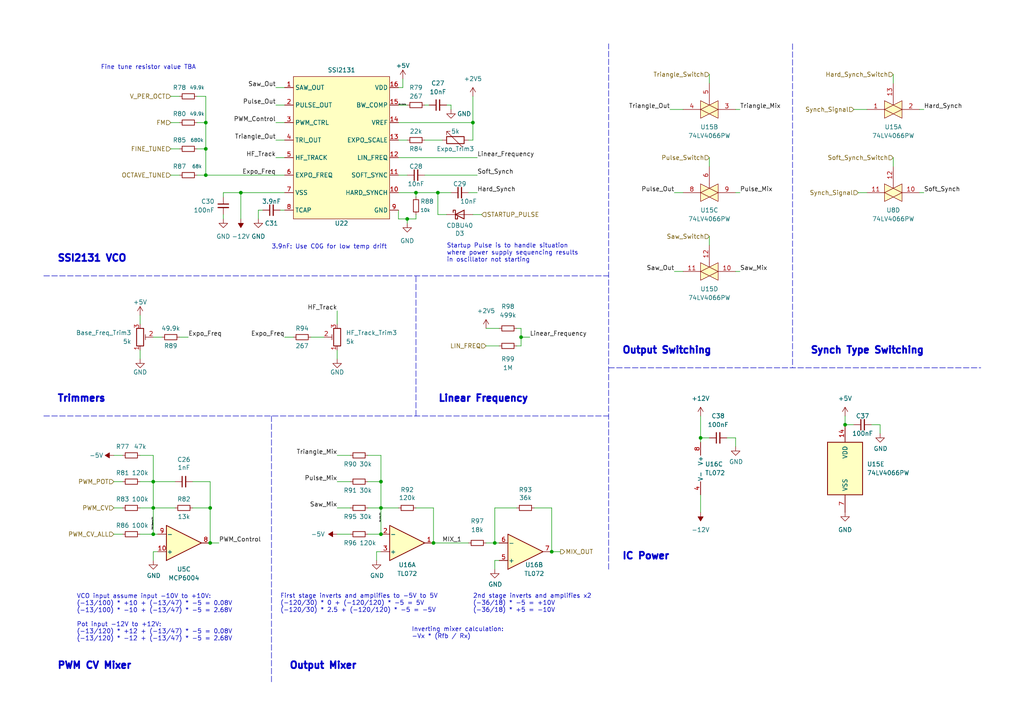
<source format=kicad_sch>
(kicad_sch (version 20211123) (generator eeschema)
  (paper "A4")
  (title_block (title "Quadraphone Voice") (date "2023-01-27") (rev "v1.0") (company "Mountjoy Modular"))
  (lib_symbols
    (symbol "4xxx:4066" (pin_names (offset 1.016))
      (property "Reference" "U" (at -7.62 8.89 0))
      (property "Value" "4066" (at -7.62 -8.89 0))
      (symbol "4066_1_0"
        (polyline (pts (xy 0 1.27) (xy 0 2.54)) (stroke (width 0.1524)))
        (polyline (pts (xy -2.54 0) (xy 2.54 2.54) (xy 2.54 -2.54) (xy -2.54 0)) (fill (type background)))
        (polyline (pts (xy -2.54 2.54) (xy 2.54 0) (xy -2.54 -2.54) (xy -2.54 2.54)) (fill (type background)))
        (pin passive line (at -7.62 0 0) (length 5.08) (name "~") (number "1"))
        (pin input line (at 0 7.62 270) (length 5.08) (name "~") (number "13"))
        (pin passive line (at 7.62 0 180) (length 5.08) (name "~") (number "2"))
      )
      (symbol "4066_2_0"
        (polyline (pts (xy 0 1.27) (xy 0 2.54)) (stroke (width 0.1524)))
        (polyline (pts (xy -2.54 0) (xy 2.54 2.54) (xy 2.54 -2.54) (xy -2.54 0)) (fill (type background)))
        (polyline (pts (xy -2.54 2.54) (xy 2.54 0) (xy -2.54 -2.54) (xy -2.54 2.54)) (fill (type background)))
        (pin passive line (at 7.62 0 180) (length 5.08) (name "~") (number "3"))
        (pin passive line (at -7.62 0 0) (length 5.08) (name "~") (number "4"))
        (pin input line (at 0 7.62 270) (length 5.08) (name "~") (number "5"))
      )
      (symbol "4066_3_0"
        (polyline (pts (xy 0 1.27) (xy 0 2.54)) (stroke (width 0.1524)))
        (polyline (pts (xy -2.54 0) (xy 2.54 2.54) (xy 2.54 -2.54) (xy -2.54 0)) (fill (type background)))
        (polyline (pts (xy -2.54 2.54) (xy 2.54 0) (xy -2.54 -2.54) (xy -2.54 2.54)) (fill (type background)))
        (pin input line (at 0 7.62 270) (length 5.08) (name "~") (number "6"))
        (pin passive line (at -7.62 0 0) (length 5.08) (name "~") (number "8"))
        (pin passive line (at 7.62 0 180) (length 5.08) (name "~") (number "9"))
      )
      (symbol "4066_4_0"
        (polyline (pts (xy 0 1.27) (xy 0 2.54)) (stroke (width 0.1524)))
        (polyline (pts (xy -2.54 0) (xy 2.54 2.54) (xy 2.54 -2.54) (xy -2.54 0)) (fill (type background)))
        (polyline (pts (xy -2.54 2.54) (xy 2.54 0) (xy -2.54 -2.54) (xy -2.54 2.54)) (fill (type background)))
        (pin passive line (at 7.62 0 180) (length 5.08) (name "~") (number "10"))
        (pin passive line (at -7.62 0 0) (length 5.08) (name "~") (number "11"))
        (pin input line (at 0 7.62 270) (length 5.08) (name "~") (number "12"))
      )
      (symbol "4066_5_0"
        (pin power_in line (at 0 12.7 270) (length 5.08) (name "VDD") (number "14"))
        (pin power_in line (at 0 -12.7 90) (length 5.08) (name "VSS") (number "7"))
      )
      (symbol "4066_5_1"
        (rectangle (start -5.08 7.62) (end 5.08 -7.62) (stroke (width 0.254)) (fill (type background)))
      )
    )
    (symbol "Amplifier_Operational:MCP6004" (pin_names (offset 0.127))
      (property "Reference" "U" (at 0 5.08 0))
      (property "Value" "MCP6004" (at 0 -5.08 0))
      (symbol "MCP6004_1_1"
        (polyline (pts (xy -5.08 5.08) (xy 5.08 0) (xy -5.08 -5.08) (xy -5.08 5.08)) (stroke (width 0.254)) (fill (type background)))
        (pin output line (at 7.62 0 180) (length 2.54) (name "~") (number "1"))
        (pin input line (at -7.62 -2.54 0) (length 2.54) (name "-") (number "2"))
        (pin input line (at -7.62 2.54 0) (length 2.54) (name "+") (number "3"))
      )
      (symbol "MCP6004_2_1"
        (polyline (pts (xy -5.08 5.08) (xy 5.08 0) (xy -5.08 -5.08) (xy -5.08 5.08)) (stroke (width 0.254)) (fill (type background)))
        (pin input line (at -7.62 2.54 0) (length 2.54) (name "+") (number "5"))
        (pin input line (at -7.62 -2.54 0) (length 2.54) (name "-") (number "6"))
        (pin output line (at 7.62 0 180) (length 2.54) (name "~") (number "7"))
      )
      (symbol "MCP6004_3_1"
        (polyline (pts (xy -5.08 5.08) (xy 5.08 0) (xy -5.08 -5.08) (xy -5.08 5.08)) (stroke (width 0.254)) (fill (type background)))
        (pin input line (at -7.62 2.54 0) (length 2.54) (name "+") (number "10"))
        (pin output line (at 7.62 0 180) (length 2.54) (name "~") (number "8"))
        (pin input line (at -7.62 -2.54 0) (length 2.54) (name "-") (number "9"))
      )
      (symbol "MCP6004_4_1"
        (polyline (pts (xy -5.08 5.08) (xy 5.08 0) (xy -5.08 -5.08) (xy -5.08 5.08)) (stroke (width 0.254)) (fill (type background)))
        (pin input line (at -7.62 2.54 0) (length 2.54) (name "+") (number "12"))
        (pin input line (at -7.62 -2.54 0) (length 2.54) (name "-") (number "13"))
        (pin output line (at 7.62 0 180) (length 2.54) (name "~") (number "14"))
      )
      (symbol "MCP6004_5_1"
        (pin power_in line (at -2.54 -7.62 90) (length 3.81) (name "V-") (number "11"))
        (pin power_in line (at -2.54 7.62 270) (length 3.81) (name "V+") (number "4"))
      )
    )
    (symbol "Amplifier_Operational:TL072" (pin_names (offset 0.127))
      (property "Reference" "U" (at 0 5.08 0))
      (property "Value" "TL072" (at 0 -5.08 0))
      (symbol "TL072_1_1"
        (polyline (pts (xy -5.08 5.08) (xy 5.08 0) (xy -5.08 -5.08) (xy -5.08 5.08)) (stroke (width 0.254)) (fill (type background)))
        (pin output line (at 7.62 0 180) (length 2.54) (name "~") (number "1"))
        (pin input line (at -7.62 -2.54 0) (length 2.54) (name "-") (number "2"))
        (pin input line (at -7.62 2.54 0) (length 2.54) (name "+") (number "3"))
      )
      (symbol "TL072_2_1"
        (polyline (pts (xy -5.08 5.08) (xy 5.08 0) (xy -5.08 -5.08) (xy -5.08 5.08)) (stroke (width 0.254)) (fill (type background)))
        (pin input line (at -7.62 2.54 0) (length 2.54) (name "+") (number "5"))
        (pin input line (at -7.62 -2.54 0) (length 2.54) (name "-") (number "6"))
        (pin output line (at 7.62 0 180) (length 2.54) (name "~") (number "7"))
      )
      (symbol "TL072_3_1"
        (pin power_in line (at -2.54 -7.62 90) (length 3.81) (name "V-") (number "4"))
        (pin power_in line (at -2.54 7.62 270) (length 3.81) (name "V+") (number "8"))
      )
    )
    (symbol "Custom_Audio:SSI2131"
      (property "Reference" "U" (at 0 21.59 0))
      (property "Value" "SSI2131" (at 0 -23.495 0))
      (symbol "SSI2131_0_0"
        (pin output line (at -16.51 16.51 0) (length 2.54) (name "SAW_OUT") (number "1"))
        (pin input line (at 16.51 -13.97 180) (length 2.54) (name "HARD_SYNCH") (number "10"))
        (pin input line (at 16.51 -8.89 180) (length 2.54) (name "SOFT_SYNC") (number "11"))
        (pin input line (at 16.51 -3.81 180) (length 2.54) (name "LIN_FREQ") (number "12"))
        (pin input line (at 16.51 1.27 180) (length 2.54) (name "EXPO_SCALE") (number "13"))
        (pin power_in line (at 16.51 6.35 180) (length 2.54) (name "VREF") (number "14"))
        (pin output line (at 16.51 11.43 180) (length 2.54) (name "BW_COMP") (number "15"))
        (pin power_in line (at 16.51 16.51 180) (length 2.54) (name "VDD") (number "16"))
        (pin output line (at -16.51 11.43 0) (length 2.54) (name "PULSE_OUT") (number "2"))
        (pin input line (at -16.51 6.35 0) (length 2.54) (name "PWM_CTRL") (number "3"))
        (pin output line (at -16.51 -3.81 0) (length 2.54) (name "HF_TRACK") (number "5"))
        (pin input line (at -16.51 -8.89 0) (length 2.54) (name "EXPO_FREQ") (number "6"))
        (pin power_in line (at -16.51 -13.97 0) (length 2.54) (name "VSS") (number "7"))
        (pin input line (at -16.51 -19.05 0) (length 2.54) (name "TCAP") (number "8"))
        (pin power_in line (at 16.51 -19.05 180) (length 2.54) (name "GND") (number "9"))
      )
      (symbol "SSI2131_0_1"
        (rectangle (start -13.97 19.685) (end 13.97 -21.59) (fill (type background)))
      )
      (symbol "SSI2131_1_1"
        (pin output line (at -16.51 1.27 0) (length 2.54) (name "TRI_OUT") (number "4"))
      )
    )
    (symbol "Device:C_Small" (pin_numbers hide) (pin_names (offset 0.254) hide)
      (property "Reference" "C" (at 0.254 1.778 0))
      (property "Value" "C_Small" (at 0.254 -2.032 0))
      (symbol "C_Small_0_1"
        (polyline (pts (xy -1.524 -0.508) (xy 1.524 -0.508)) (stroke (width 0.3302)))
        (polyline (pts (xy -1.524 0.508) (xy 1.524 0.508)) (stroke (width 0.3048)))
      )
      (symbol "C_Small_1_1"
        (pin passive line (at 0 2.54 270) (length 2.032) (name "~") (number "1"))
        (pin passive line (at 0 -2.54 90) (length 2.032) (name "~") (number "2"))
      )
    )
    (symbol "Device:R_Potentiometer_Trim" (pin_names (offset 1.016) hide)
      (property "Reference" "RV" (at -4.445 0 90))
      (property "Value" "R_Potentiometer_Trim" (at -2.54 0 90))
      (symbol "R_Potentiometer_Trim_0_1"
        (polyline (pts (xy 1.524 0.762) (xy 1.524 -0.762)))
        (polyline (pts (xy 2.54 0) (xy 1.524 0)))
        (rectangle (start 1.016 2.54) (end -1.016 -2.54) (stroke (width 0.254)))
      )
      (symbol "R_Potentiometer_Trim_1_1"
        (pin passive line (at 0 3.81 270) (length 1.27) (name "1") (number "1"))
        (pin passive line (at 3.81 0 180) (length 1.27) (name "2") (number "2"))
        (pin passive line (at 0 -3.81 90) (length 1.27) (name "3") (number "3"))
      )
    )
    (symbol "Device:R_Small" (pin_numbers hide) (pin_names (offset 0.254) hide)
      (property "Reference" "R" (at 0.762 0.508 0))
      (property "Value" "R_Small" (at 0.762 -1.016 0))
      (symbol "R_Small_0_1"
        (rectangle (start -0.762 1.778) (end 0.762 -1.778) (stroke (width 0.2032)))
      )
      (symbol "R_Small_1_1"
        (pin passive line (at 0 2.54 270) (length 0.762) (name "~") (number "1"))
        (pin passive line (at 0 -2.54 90) (length 0.762) (name "~") (number "2"))
      )
    )
    (symbol "Device:R_Variable" (pin_numbers hide) (pin_names (offset 0))
      (property "Reference" "R" (at 2.54 -2.54 90))
      (property "Value" "R_Variable" (at -2.54 -1.27 90))
      (symbol "R_Variable_0_1"
        (rectangle (start -1.016 -2.54) (end 1.016 2.54) (stroke (width 0.254)))
        (polyline (pts (xy 2.54 1.524) (xy 2.54 2.54) (xy 1.524 2.54) (xy 2.54 2.54) (xy -2.032 -2.032)))
      )
      (symbol "R_Variable_1_1"
        (pin passive line (at 0 3.81 270) (length 1.27) (name "~") (number "1"))
        (pin passive line (at 0 -3.81 90) (length 1.27) (name "~") (number "2"))
      )
    )
    (symbol "Diode:1N5819" (pin_numbers hide) (pin_names (offset 1.016) hide)
      (property "Reference" "D" (at 0 2.54 0))
      (property "Value" "1N5819" (at 0 -2.54 0))
      (symbol "1N5819_0_1"
        (polyline (pts (xy 1.27 0) (xy -1.27 0)))
        (polyline (pts (xy 1.27 1.27) (xy 1.27 -1.27) (xy -1.27 0) (xy 1.27 1.27)) (stroke (width 0.254)))
        (polyline (pts (xy -1.905 0.635) (xy -1.905 1.27) (xy -1.27 1.27) (xy -1.27 -1.27) (xy -0.635 -1.27) (xy -0.635 -0.635)) (stroke (width 0.254)))
      )
      (symbol "1N5819_1_1"
        (pin passive line (at -3.81 0 0) (length 2.54) (name "K") (number "1"))
        (pin passive line (at 3.81 0 180) (length 2.54) (name "A") (number "2"))
      )
    )
    (symbol "power:+12V" (power) (pin_names (offset 0))
      (property "Value" "+12V" (at 0 3.556 0))
      (symbol "+12V_0_1"
        (polyline (pts (xy -0.762 1.27) (xy 0 2.54)))
        (polyline (pts (xy 0 0) (xy 0 2.54)))
        (polyline (pts (xy 0 2.54) (xy 0.762 1.27)))
      )
      (symbol "+12V_1_1"
        (pin power_in line (at 0 0 90) (length 0) hide (name "+12V") (number "1"))
      )
    )
    (symbol "power:+2V5" (power) (pin_names (offset 0))
      (property "Value" "+2V5" (at 0 3.556 0))
      (symbol "+2V5_0_1"
        (polyline (pts (xy -0.762 1.27) (xy 0 2.54)))
        (polyline (pts (xy 0 0) (xy 0 2.54)))
        (polyline (pts (xy 0 2.54) (xy 0.762 1.27)))
      )
      (symbol "+2V5_1_1"
        (pin power_in line (at 0 0 90) (length 0) hide (name "+2V5") (number "1"))
      )
    )
    (symbol "power:+5V" (power) (pin_names (offset 0))
      (property "Value" "+5V" (at 0 3.556 0))
      (symbol "+5V_0_1"
        (polyline (pts (xy -0.762 1.27) (xy 0 2.54)))
        (polyline (pts (xy 0 0) (xy 0 2.54)))
        (polyline (pts (xy 0 2.54) (xy 0.762 1.27)))
      )
      (symbol "+5V_1_1"
        (pin power_in line (at 0 0 90) (length 0) hide (name "+5V") (number "1"))
      )
    )
    (symbol "power:-12V" (power) (pin_names (offset 0))
      (property "Value" "-12V" (at 0 3.81 0))
      (symbol "-12V_0_0"
        (pin power_in line (at 0 0 90) (length 0) hide (name "-12V") (number "1"))
      )
      (symbol "-12V_0_1"
        (polyline (pts (xy 0 0) (xy 0 1.27) (xy 0.762 1.27) (xy 0 2.54) (xy -0.762 1.27) (xy 0 1.27)) (fill (type outline)))
      )
    )
    (symbol "power:-5V" (power) (pin_names (offset 0))
      (property "Value" "-5V" (at 0 3.81 0))
      (symbol "-5V_0_0"
        (pin power_in line (at 0 0 90) (length 0) hide (name "-5V") (number "1"))
      )
      (symbol "-5V_0_1"
        (polyline (pts (xy 0 0) (xy 0 1.27) (xy 0.762 1.27) (xy 0 2.54) (xy -0.762 1.27) (xy 0 1.27)) (fill (type outline)))
      )
    )
    (symbol "power:GND" (power) (pin_names (offset 0))
      (property "Value" "GND" (at 0 -3.81 0))
      (symbol "GND_0_1"
        (polyline (pts (xy 0 0) (xy 0 -1.27) (xy 1.27 -1.27) (xy 0 -2.54) (xy -1.27 -1.27) (xy 0 -1.27)))
      )
      (symbol "GND_1_1"
        (pin power_in line (at 0 0 270) (length 0) hide (name "GND") (number "1"))
      )
    )
  )
  (junction (at 60.96 147.32))
  (junction (at 127 55.88))
  (junction (at 160.02 160.02))
  (junction (at 137.16 35.56))
  (junction (at 151.13 97.79))
  (junction (at 110.49 154.94))
  (junction (at 118.11 63.5))
  (junction (at 110.49 139.7))
  (junction (at 203.2 127))
  (junction (at 245.11 123.19))
  (junction (at 125.73 157.48))
  (junction (at 120.65 55.88))
  (junction (at 59.69 43.18))
  (junction (at 69.85 55.88))
  (junction (at 110.49 147.32))
  (junction (at 143.51 157.48))
  (junction (at 60.96 157.48))
  (junction (at 59.69 50.8))
  (junction (at 44.45 139.7))
  (junction (at 44.45 147.32))
  (junction (at 59.69 35.56))
  (junction (at 44.45 154.94))
  (polyline (pts (xy 176.53 165.1) (xy 176.53 12.7)))
  (polyline (pts (xy 12.7 120.65) (xy 176.53 120.65)))
  (wire (pts (xy 115.57 35.56) (xy 137.16 35.56)))
  (wire (pts (xy 57.15 35.56) (xy 59.69 35.56)))
  (polyline (pts (xy 229.87 12.7) (xy 229.87 106.68)))
  (wire (pts (xy 149.86 100.33) (xy 151.13 100.33)))
  (wire (pts (xy 151.13 97.79) (xy 151.13 95.25)))
  (wire (pts (xy 120.65 147.32) (xy 125.73 147.32)))
  (wire (pts (xy 110.49 139.7) (xy 110.49 147.32)))
  (wire (pts (xy 97.79 154.94) (xy 101.6 154.94)))
  (wire (pts (xy 143.51 157.48) (xy 144.78 157.48)))
  (wire (pts (xy 55.88 147.32) (xy 60.96 147.32)))
  (wire (pts (xy 143.51 147.32) (xy 149.86 147.32)))
  (wire (pts (xy 109.22 160.02) (xy 109.22 162.56)))
  (wire (pts (xy 116.84 25.4) (xy 115.57 25.4)))
  (wire (pts (xy 115.57 45.72) (xy 138.43 45.72)))
  (wire (pts (xy 129.54 30.48) (xy 130.81 30.48)))
  (wire (pts (xy 195.58 78.74) (xy 198.12 78.74)))
  (wire (pts (xy 49.53 50.8) (xy 52.07 50.8)))
  (wire (pts (xy 80.01 25.4) (xy 82.55 25.4)))
  (wire (pts (xy 33.02 139.7) (xy 35.56 139.7)))
  (wire (pts (xy 40.64 139.7) (xy 44.45 139.7)))
  (wire (pts (xy 49.53 43.18) (xy 52.07 43.18)))
  (wire (pts (xy 266.7 31.75) (xy 267.97 31.75)))
  (wire (pts (xy 115.57 40.64) (xy 118.11 40.64)))
  (wire (pts (xy 97.79 101.6) (xy 97.79 104.14)))
  (wire (pts (xy 115.57 63.5) (xy 118.11 63.5)))
  (wire (pts (xy 97.79 139.7) (xy 101.6 139.7)))
  (wire (pts (xy 60.96 147.32) (xy 60.96 157.48)))
  (wire (pts (xy 97.79 147.32) (xy 101.6 147.32)))
  (wire (pts (xy 259.08 45.72) (xy 259.08 48.26)))
  (wire (pts (xy 90.17 97.79) (xy 93.98 97.79)))
  (wire (pts (xy 123.19 50.8) (xy 138.43 50.8)))
  (wire (pts (xy 123.19 30.48) (xy 124.46 30.48)))
  (polyline (pts (xy 176.53 106.68) (xy 284.48 106.68)))
  (wire (pts (xy 80.01 30.48) (xy 82.55 30.48)))
  (wire (pts (xy 33.02 132.08) (xy 35.56 132.08)))
  (wire (pts (xy 59.69 27.94) (xy 59.69 35.56)))
  (wire (pts (xy 203.2 120.65) (xy 203.2 127)))
  (wire (pts (xy 40.64 147.32) (xy 44.45 147.32)))
  (wire (pts (xy 69.85 55.88) (xy 69.85 63.5)))
  (wire (pts (xy 59.69 43.18) (xy 59.69 50.8)))
  (wire (pts (xy 116.84 22.86) (xy 116.84 25.4)))
  (polyline (pts (xy 12.7 80.01) (xy 176.53 80.01)))
  (wire (pts (xy 97.79 132.08) (xy 101.6 132.08)))
  (wire (pts (xy 115.57 60.96) (xy 115.57 63.5)))
  (wire (pts (xy 44.45 160.02) (xy 45.72 160.02)))
  (wire (pts (xy 144.78 95.25) (xy 140.97 95.25)))
  (wire (pts (xy 44.45 139.7) (xy 50.8 139.7)))
  (wire (pts (xy 135.89 55.88) (xy 138.43 55.88)))
  (wire (pts (xy 74.93 60.96) (xy 74.93 63.5)))
  (wire (pts (xy 259.08 21.59) (xy 259.08 24.13)))
  (wire (pts (xy 140.97 100.33) (xy 144.78 100.33)))
  (wire (pts (xy 57.15 43.18) (xy 59.69 43.18)))
  (wire (pts (xy 245.11 123.19) (xy 247.65 123.19)))
  (wire (pts (xy 57.15 50.8) (xy 59.69 50.8)))
  (wire (pts (xy 59.69 35.56) (xy 59.69 43.18)))
  (wire (pts (xy 143.51 162.56) (xy 144.78 162.56)))
  (wire (pts (xy 203.2 127) (xy 203.2 128.27)))
  (wire (pts (xy 45.72 154.94) (xy 44.45 154.94)))
  (wire (pts (xy 106.68 154.94) (xy 110.49 154.94)))
  (wire (pts (xy 154.94 147.32) (xy 160.02 147.32)))
  (wire (pts (xy 125.73 157.48) (xy 135.89 157.48)))
  (wire (pts (xy 82.55 97.79) (xy 85.09 97.79)))
  (wire (pts (xy 44.45 97.79) (xy 46.99 97.79)))
  (wire (pts (xy 44.45 147.32) (xy 44.45 154.94)))
  (wire (pts (xy 210.82 127) (xy 213.36 127)))
  (wire (pts (xy 127 55.88) (xy 130.81 55.88)))
  (wire (pts (xy 245.11 120.65) (xy 245.11 123.19)))
  (wire (pts (xy 140.97 157.48) (xy 143.51 157.48)))
  (wire (pts (xy 143.51 162.56) (xy 143.51 165.1)))
  (wire (pts (xy 205.74 68.58) (xy 205.74 71.12)))
  (wire (pts (xy 106.68 147.32) (xy 110.49 147.32)))
  (wire (pts (xy 127 55.88) (xy 127 62.23)))
  (wire (pts (xy 203.2 127) (xy 205.74 127)))
  (wire (pts (xy 97.79 90.17) (xy 97.79 93.98)))
  (wire (pts (xy 60.96 157.48) (xy 63.5 157.48)))
  (wire (pts (xy 64.77 55.88) (xy 64.77 57.15)))
  (wire (pts (xy 247.65 31.75) (xy 251.46 31.75)))
  (wire (pts (xy 54.61 97.79) (xy 52.07 97.79)))
  (wire (pts (xy 151.13 100.33) (xy 151.13 97.79)))
  (wire (pts (xy 40.64 154.94) (xy 44.45 154.94)))
  (wire (pts (xy 40.64 91.44) (xy 40.64 93.98)))
  (polyline (pts (xy 78.74 120.65) (xy 78.74 198.12)))
  (wire (pts (xy 44.45 139.7) (xy 44.45 147.32)))
  (wire (pts (xy 248.92 55.88) (xy 251.46 55.88)))
  (wire (pts (xy 44.45 147.32) (xy 50.8 147.32)))
  (wire (pts (xy 213.36 55.88) (xy 214.63 55.88)))
  (wire (pts (xy 59.69 27.94) (xy 57.15 27.94)))
  (wire (pts (xy 106.68 132.08) (xy 110.49 132.08)))
  (wire (pts (xy 49.53 27.94) (xy 52.07 27.94)))
  (wire (pts (xy 49.53 35.56) (xy 52.07 35.56)))
  (wire (pts (xy 135.89 40.64) (xy 137.16 40.64)))
  (wire (pts (xy 44.45 160.02) (xy 44.45 162.56)))
  (wire (pts (xy 106.68 139.7) (xy 110.49 139.7)))
  (wire (pts (xy 127 62.23) (xy 129.54 62.23)))
  (wire (pts (xy 80.01 45.72) (xy 82.55 45.72)))
  (wire (pts (xy 151.13 95.25) (xy 149.86 95.25)))
  (wire (pts (xy 74.93 60.96) (xy 76.2 60.96)))
  (wire (pts (xy 118.11 63.5) (xy 118.11 64.77)))
  (wire (pts (xy 125.73 147.32) (xy 125.73 157.48)))
  (wire (pts (xy 252.73 123.19) (xy 255.27 123.19)))
  (wire (pts (xy 266.7 55.88) (xy 267.97 55.88)))
  (wire (pts (xy 123.19 40.64) (xy 128.27 40.64)))
  (wire (pts (xy 80.01 35.56) (xy 82.55 35.56)))
  (wire (pts (xy 115.57 50.8) (xy 118.11 50.8)))
  (wire (pts (xy 130.81 30.48) (xy 130.81 31.75)))
  (wire (pts (xy 33.02 154.94) (xy 35.56 154.94)))
  (wire (pts (xy 81.28 60.96) (xy 82.55 60.96)))
  (wire (pts (xy 55.88 139.7) (xy 60.96 139.7)))
  (wire (pts (xy 120.65 55.88) (xy 120.65 57.15)))
  (wire (pts (xy 213.36 78.74) (xy 214.63 78.74)))
  (wire (pts (xy 40.64 101.6) (xy 40.64 104.14)))
  (wire (pts (xy 213.36 127) (xy 213.36 129.54)))
  (wire (pts (xy 110.49 147.32) (xy 110.49 154.94)))
  (wire (pts (xy 213.36 31.75) (xy 214.63 31.75)))
  (wire (pts (xy 137.16 27.94) (xy 137.16 35.56)))
  (polyline (pts (xy 120.65 120.65) (xy 120.65 80.01)))
  (wire (pts (xy 137.16 62.23) (xy 139.7 62.23)))
  (wire (pts (xy 64.77 62.23) (xy 64.77 63.5)))
  (wire (pts (xy 64.77 55.88) (xy 69.85 55.88)))
  (wire (pts (xy 60.96 139.7) (xy 60.96 147.32)))
  (wire (pts (xy 137.16 40.64) (xy 137.16 35.56)))
  (wire (pts (xy 151.13 97.79) (xy 153.67 97.79)))
  (wire (pts (xy 115.57 55.88) (xy 120.65 55.88)))
  (wire (pts (xy 118.11 30.48) (xy 115.57 30.48)))
  (wire (pts (xy 110.49 132.08) (xy 110.49 139.7)))
  (wire (pts (xy 59.69 50.8) (xy 82.55 50.8)))
  (wire (pts (xy 143.51 147.32) (xy 143.51 157.48)))
  (wire (pts (xy 255.27 123.19) (xy 255.27 125.73)))
  (wire (pts (xy 109.22 160.02) (xy 110.49 160.02)))
  (wire (pts (xy 160.02 147.32) (xy 160.02 160.02)))
  (wire (pts (xy 69.85 55.88) (xy 82.55 55.88)))
  (wire (pts (xy 40.64 132.08) (xy 44.45 132.08)))
  (wire (pts (xy 194.31 31.75) (xy 198.12 31.75)))
  (wire (pts (xy 80.01 40.64) (xy 82.55 40.64)))
  (wire (pts (xy 160.02 160.02) (xy 162.56 160.02)))
  (wire (pts (xy 205.74 45.72) (xy 205.74 48.26)))
  (wire (pts (xy 203.2 148.59) (xy 203.2 143.51)))
  (wire (pts (xy 110.49 147.32) (xy 115.57 147.32)))
  (wire (pts (xy 44.45 132.08) (xy 44.45 139.7)))
  (wire (pts (xy 120.65 62.23) (xy 120.65 63.5)))
  (wire (pts (xy 195.58 55.88) (xy 198.12 55.88)))
  (wire (pts (xy 205.74 21.59) (xy 205.74 24.13)))
  (wire (pts (xy 120.65 55.88) (xy 127 55.88)))
  (wire (pts (xy 120.65 63.5) (xy 118.11 63.5)))
  (wire (pts (xy 33.02 147.32) (xy 35.56 147.32)))
  (text "First stage inverts and amplifies to -5V to 5V\n(-120/30) * 0 + (-120/120) * -5 = 5V\n(-120/30) * 2.5 + (-120/120) * -5 = -5V" (at 81.28 177.8 0) (effects (font (size 1.27 1.27)) (justify left bottom)))
  (text "Startup Pulse is to handle situation \nwhere power supply sequencing results \nin oscillator not starting\n" (at 129.54 76.2 0) (effects (font (size 1.27 1.27)) (justify left bottom)))
  (text "Fine tune resistor value TBA" (at 29.21 20.32 0) (effects (font (size 1.27 1.27)) (justify left bottom)))
  (text "PWM CV Mixer" (at 16.51 194.31 0) (effects (font (size 2 2) (thickness 0.6) bold) (justify left bottom)))
  (text "Synch Type Switching" (at 234.95 102.87 0) (effects (font (size 2 2) (thickness 0.6) bold) (justify left bottom)))
  (text "Inverting mixer calculation:\n-Vx * (Rfb / Rx)" (at 119.38 185.42 0) (effects (font (size 1.27 1.27)) (justify left bottom)))
  (text "SSI2131 VCO" (at 16.51 76.2 0) (effects (font (size 2 2) (thickness 0.6) bold) (justify left bottom)))
  (text "Linear Frequency" (at 127 116.84 0) (effects (font (size 2 2) (thickness 0.6) bold) (justify left bottom)))
  (text "VCO input assume input -10V to +10V:\n(-13/100) * +10 + (-13/47) * -5 = 0.08V\n(-13/100) * -10 + (-13/47) * -5 = 2.68V\n\nPot input -12V to +12V:\n(-13/120) * +12 + (-13/47) * -5 = 0.08V\n(-13/120) * -12 + (-13/47) * -5 = 2.68V" (at 22.225 186.055 0) (effects (font (size 1.27 1.27)) (justify left bottom)))
  (text "Trimmers" (at 16.51 116.84 0) (effects (font (size 2 2) (thickness 0.6) bold) (justify left bottom)))
  (text "Output Mixer" (at 83.82 194.31 0) (effects (font (size 2 2) (thickness 0.6) bold) (justify left bottom)))
  (text "3.9nF: Use C0G for low temp drift" (at 78.74 72.39 0) (effects (font (size 1.27 1.27)) (justify left bottom)))
  (text "IC Power" (at 180.34 162.56 0) (effects (font (size 2 2) (thickness 0.6) bold) (justify left bottom)))
  (text "2nd stage inverts and amplifies x2\n(-36/18) * -5 = +10V\n(-36/18) * +5 = -10V" (at 137.16 177.8 0) (effects (font (size 1.27 1.27)) (justify left bottom)))
  (text "Output Switching" (at 180.34 102.87 0) (effects (font (size 2 2) (thickness 0.6) bold) (justify left bottom)))
  (label "Saw_Mix" (at 214.63 78.74 0))
  (label "Linear_Frequency" (at 138.43 45.72 0))
  (label "Expo_Freq" (at 80.01 50.8 180))
  (label "MIX_1" (at 128.27 157.48 0))
  (label "Triangle_Out" (at 194.31 31.75 180))
  (label "Soft_Synch" (at 138.43 50.8 0))
  (label "Hard_Synch" (at 267.97 31.75 0))
  (label "Triangle_Out" (at 80.01 40.64 180))
  (label "Saw_Mix" (at 97.79 147.32 180))
  (label "BW_Comp" (at 115.57 30.48 0) (effects (font (size 0.3 0.3))))
  (label "PWM_Opamp_Mix" (at 44.45 149.86 270) (effects (font (size 0.3 0.3))))
  (label "Hard_Synch" (at 138.43 55.88 0))
  (label "Pulse_Mix" (at 214.63 55.88 0))
  (label "Expo_Freq" (at 54.61 97.79 0))
  (label "Soft_Synch" (at 267.97 55.88 0))
  (label "HF_Track" (at 80.01 45.72 180))
  (label "Pulse_Mix" (at 97.79 139.7 180))
  (label "Saw_Out" (at 80.01 25.4 180))
  (label "Triangle_Mix" (at 214.63 31.75 0))
  (label "PWM_Control" (at 80.01 35.56 180))
  (label "Pulse_Out" (at 195.58 55.88 180))
  (label "Triangle_Mix" (at 97.79 132.08 180))
  (label "PWM_Control" (at 63.5 157.48 0))
  (label "HF_Track" (at 97.79 90.17 180))
  (label "Expo_Freq" (at 82.55 97.79 180))
  (label "Linear_Frequency" (at 153.67 97.79 0))
  (label "Pulse_Out" (at 80.01 30.48 180))
  (label "Saw_Out" (at 195.58 78.74 180))
  (label "Op_Amp_Mix" (at 110.49 148.59 270) (effects (font (size 0.3 0.3))))
  (hierarchical_label "FM" (shape input) (at 49.53 35.56 180))
  (hierarchical_label "MIX_OUT" (shape output) (at 162.56 160.02 0))
  (hierarchical_label "Triangle_Switch" (shape input) (at 205.74 21.59 180))
  (hierarchical_label "PWM_CV" (shape input) (at 33.02 147.32 180))
  (hierarchical_label "Saw_Switch" (shape input) (at 205.74 68.58 180))
  (hierarchical_label "PWM_POT" (shape input) (at 33.02 139.7 180))
  (hierarchical_label "Synch_Signal" (shape input) (at 247.65 31.75 180))
  (hierarchical_label "LIN_FREQ" (shape input) (at 140.97 100.33 180))
  (hierarchical_label "STARTUP_PULSE" (shape input) (at 139.7 62.23 0))
  (hierarchical_label "OCTAVE_TUNE" (shape input) (at 49.53 50.8 180))
  (hierarchical_label "V_PER_OCT" (shape input) (at 49.53 27.94 180))
  (hierarchical_label "FINE_TUNE" (shape input) (at 49.53 43.18 180))
  (hierarchical_label "Soft_Synch_Switch" (shape input) (at 259.08 45.72 180))
  (hierarchical_label "Synch_Signal" (shape input) (at 248.92 55.88 180))
  (hierarchical_label "Pulse_Switch" (shape input) (at 205.74 45.72 180))
  (hierarchical_label "PWM_CV_ALL" (shape input) (at 33.02 154.94 180))
  (hierarchical_label "Hard_Synch_Switch" (shape input) (at 259.08 21.59 180))
  (symbol (lib_id "power:+2V5") (at 140.97 95.25 0) (mirror y) (unit 1)
    (property "Reference" "#PWR097" (effects hide))
    (property "Value" "+2V5" (at 140.97 90.17 0))
  )
  (symbol (lib_id "Device:R_Small") (at 38.1 132.08 270) (unit 1)
    (property "Reference" "R77" (at 35.56 129.54 90))
    (property "Value" "47k" (at 40.64 129.54 90))
    (property "Footprint" "Resistor_SMD:R_0603_1608Metric" (effects hide))
  )
  (symbol (lib_id "Device:R_Small") (at 38.1 139.7 270) (unit 1)
    (property "Reference" "R81" (at 35.56 137.16 90))
    (property "Value" "120k" (at 40.64 137.16 90))
    (property "Footprint" "Resistor_SMD:R_0603_1608Metric" (effects hide))
  )
  (symbol (lib_id "power:GND") (at 40.64 104.14 0) (mirror y) (unit 1)
    (property "Reference" "#PWR092" (effects hide))
    (property "Value" "GND" (at 40.64 107.95 0))
  )
  (symbol (lib_id "Device:C_Small") (at 208.28 127 90) (unit 1)
    (property "Reference" "C38" (at 208.2863 120.65 90))
    (property "Value" "100nF" (at 208.2863 123.19 90))
    (property "Footprint" "Capacitor_SMD:C_0603_1608Metric_Pad1.08x0.95mm_HandSolder" (effects hide))
  )
  (symbol (lib_id "power:GND") (at 44.45 162.56 0) (unit 1)
    (property "Reference" "#PWR086" (effects hide))
    (property "Value" "GND" (at 44.577 166.9542 0))
  )
  (symbol (lib_id "Device:C_Small") (at 133.35 55.88 90) (unit 1)
    (property "Reference" "C29" (at 133.35 53.34 90))
    (property "Value" "10nF" (at 135.89 58.42 90))
    (property "Footprint" "Capacitor_SMD:C_0603_1608Metric_Pad1.08x0.95mm_HandSolder" (effects hide))
  )
  (symbol (lib_id "Device:R_Small") (at 118.11 147.32 270) (unit 1)
    (property "Reference" "R92" (at 118.11 142.0622 90))
    (property "Value" "120k" (at 118.11 144.3736 90))
    (property "Footprint" "Resistor_SMD:R_0603_1608Metric" (effects hide))
  )
  (symbol (lib_id "Diode:1N5819") (at 133.35 62.23 0) (unit 1)
    (property "Reference" "D3" (at 133.35 67.7164 0))
    (property "Value" "CDBU40" (at 133.35 65.405 0))
    (property "Footprint" "Diode_SMD:D_0603_1608Metric" (effects hide))
    (property "Datasheet" "http://www.vishay.com/docs/88525/1n5817.pdf" (effects hide))
    (property "Part_Number" "C8598" (effects hide))
  )
  (symbol (lib_id "Device:C_Small") (at 250.19 123.19 90) (unit 1)
    (property "Reference" "C37" (at 250.19 120.65 90))
    (property "Value" "100nF" (at 250.19 125.73 90))
    (property "Footprint" "Capacitor_SMD:C_0603_1608Metric_Pad1.08x0.95mm_HandSolder" (effects hide))
  )
  (symbol (lib_id "Device:R_Small") (at 87.63 97.79 270) (unit 1)
    (property "Reference" "R94" (at 87.63 95.25 90))
    (property "Value" "267" (at 87.63 100.33 90))
    (property "Footprint" "Resistor_SMD:R_0603_1608Metric" (effects hide))
  )
  (symbol (lib_id "Device:R_Small") (at 147.32 95.25 270) (mirror x) (unit 1)
    (property "Reference" "R98" (at 147.32 88.9 90))
    (property "Value" "499k" (at 147.32 91.44 90))
    (property "Footprint" "Resistor_SMD:R_0603_1608Metric" (effects hide))
  )
  (symbol (lib_id "4xxx:4066") (at 205.74 55.88 0) (unit 3)
    (property "Reference" "U15" (at 205.74 60.96 0))
    (property "Value" "74LV4066PW" (at 205.74 63.5 0))
    (property "Footprint" "Package_SO:TSSOP-14_4.4x5mm_P0.65mm" (effects hide))
    (property "Datasheet" "http://www.ti.com/lit/ds/symlink/cd4066b.pdf" (effects hide))
  )
  (symbol (lib_id "power:-12V") (at 69.85 63.5 180) (unit 1)
    (property "Reference" "#PWR088" (effects hide))
    (property "Value" "-12V" (at 69.85 68.58 0))
  )
  (symbol (lib_id "power:GND") (at 97.79 104.14 0) (unit 1)
    (property "Reference" "#PWR094" (effects hide))
    (property "Value" "GND" (at 97.79 107.95 0))
  )
  (symbol (lib_id "Device:R_Small") (at 104.14 139.7 270) (unit 1)
    (property "Reference" "R91" (at 101.6 142.24 90))
    (property "Value" "30k" (at 106.045 142.24 90))
    (property "Footprint" "Resistor_SMD:R_0603_1608Metric" (effects hide))
  )
  (symbol (lib_id "Device:R_Small") (at 152.4 147.32 270) (unit 1)
    (property "Reference" "R93" (at 152.4 142.0622 90))
    (property "Value" "36k" (at 152.4 144.3736 90))
    (property "Footprint" "Resistor_SMD:R_0603_1608Metric" (effects hide))
  )
  (symbol (lib_id "power:+12V") (at 203.2 120.65 0) (mirror y) (unit 1)
    (property "Reference" "#PWR0128" (effects hide))
    (property "Value" "+12V" (at 203.2 115.57 0))
  )
  (symbol (lib_id "Device:R_Small") (at 147.32 100.33 90) (unit 1)
    (property "Reference" "R99" (at 147.32 104.14 90))
    (property "Value" "1M" (at 147.32 106.68 90))
    (property "Footprint" "Resistor_SMD:R_0603_1608Metric" (effects hide))
  )
  (symbol (lib_id "4xxx:4066") (at 205.74 31.75 0) (unit 2)
    (property "Reference" "U15" (at 205.74 36.83 0))
    (property "Value" "74LV4066PW" (at 205.74 39.37 0))
    (property "Footprint" "Package_SO:TSSOP-14_4.4x5mm_P0.65mm" (effects hide))
    (property "Datasheet" "http://www.ti.com/lit/ds/symlink/cd4066b.pdf" (effects hide))
  )
  (symbol (lib_id "Device:R_Small") (at 120.65 30.48 90) (unit 1)
    (property "Reference" "R79" (at 120.65 25.4 90))
    (property "Value" "267" (at 120.65 27.94 90))
    (property "Footprint" "Resistor_SMD:R_0603_1608Metric" (effects hide))
  )
  (symbol (lib_id "Amplifier_Operational:TL072") (at 205.74 135.89 0) (unit 3)
    (property "Reference" "U16" (at 204.47 134.6199 0) (effects (justify left)))
    (property "Value" "TL072" (at 204.47 137.1599 0) (effects (justify left)))
    (property "Footprint" "Package_SO:SOIC-8_3.9x4.9mm_P1.27mm" (effects hide))
    (property "Datasheet" "http://www.ti.com/lit/ds/symlink/tl071.pdf" (effects hide))
  )
  (symbol (lib_id "Device:R_Small") (at 49.53 97.79 90) (unit 1)
    (property "Reference" "R89" (at 49.53 100.33 90))
    (property "Value" "49.9k" (at 49.53 95.25 90))
    (property "Footprint" "Resistor_SMD:R_0603_1608Metric" (effects hide))
  )
  (symbol (lib_id "Device:R_Small") (at 120.65 40.64 90) (unit 1)
    (property "Reference" "R84" (at 120.65 43.18 90))
    (property "Value" "22k" (at 120.65 38.1 90))
    (property "Footprint" "Resistor_SMD:R_0603_1608Metric" (effects hide))
  )
  (symbol (lib_id "power:GND") (at 74.93 63.5 0) (unit 1)
    (property "Reference" "#PWR089" (effects hide))
    (property "Value" "GND" (at 74.93 68.58 0))
  )
  (symbol (lib_id "Device:R_Small") (at 54.61 35.56 90) (unit 1)
    (property "Reference" "R80" (at 52.07 33.02 90))
    (property "Value" "49.9k" (at 57.15 33.02 90) (effects (font (size 1 1))))
    (property "Footprint" "Resistor_SMD:R_0603_1608Metric" (effects hide))
  )
  (symbol (lib_id "Device:R_Small") (at 38.1 147.32 270) (unit 1)
    (property "Reference" "R83" (at 35.56 144.78 90))
    (property "Value" "100k" (at 40.64 144.78 90))
    (property "Footprint" "Resistor_SMD:R_0603_1608Metric" (effects hide))
  )
  (symbol (lib_id "power:GND") (at 130.81 31.75 0) (unit 1)
    (property "Reference" "#PWR085" (effects hide))
    (property "Value" "GND" (at 134.62 33.02 0))
  )
  (symbol (lib_id "power:-12V") (at 203.2 148.59 180) (unit 1)
    (property "Reference" "#PWR0129" (effects hide))
    (property "Value" "-12V" (at 203.2 153.67 0))
  )
  (symbol (lib_id "power:-5V") (at 33.02 132.08 90) (unit 1)
    (property "Reference" "#PWR083" (effects hide))
    (property "Value" "-5V" (at 27.94 132.08 90))
  )
  (symbol (lib_id "power:+5V") (at 116.84 22.86 0) (unit 1)
    (property "Reference" "#PWR082" (effects hide))
    (property "Value" "+5V" (at 116.84 19.05 0))
  )
  (symbol (lib_id "Device:R_Small") (at 53.34 147.32 270) (unit 1)
    (property "Reference" "R82" (at 53.34 144.78 90))
    (property "Value" "13k" (at 53.34 149.86 90))
    (property "Footprint" "Resistor_SMD:R_0603_1608Metric" (effects hide))
  )
  (symbol (lib_id "Device:C_Small") (at 78.74 60.96 90) (unit 1)
    (property "Reference" "C31" (at 78.74 64.77 90))
    (property "Value" "3.9nF" (at 78.74 58.42 90))
    (property "Footprint" "Capacitor_SMD:C_0603_1608Metric_Pad1.08x0.95mm_HandSolder" (effects hide))
  )
  (symbol (lib_id "Device:R_Small") (at 138.43 157.48 270) (unit 1)
    (property "Reference" "R97" (at 138.43 151.13 90))
    (property "Value" "18k" (at 138.43 153.67 90))
    (property "Footprint" "Resistor_SMD:R_0603_1608Metric" (effects hide))
  )
  (symbol (lib_id "Device:R_Potentiometer_Trim") (at 97.79 97.79 180) (unit 1)
    (property "Reference" "HF_Track_Trim3" (at 100.33 96.5199 0) (effects (justify right)))
    (property "Value" "5k" (at 100.33 99.0599 0) (effects (justify right)))
    (property "Footprint" "Potentiometer_THT:Potentiometer_Bourns_3266W_Vertical" (effects hide))
  )
  (symbol (lib_id "Device:C_Small") (at 120.65 50.8 90) (unit 1)
    (property "Reference" "C28" (at 120.65 48.26 90))
    (property "Value" "10nF" (at 120.65 53.34 90))
    (property "Footprint" "Capacitor_SMD:C_0603_1608Metric_Pad1.08x0.95mm_HandSolder" (effects hide))
  )
  (symbol (lib_id "Device:C_Small") (at 53.34 139.7 90) (unit 1)
    (property "Reference" "C26" (at 53.34 133.2992 90))
    (property "Value" "1nF" (at 53.34 135.6106 90))
    (property "Footprint" "Capacitor_SMD:C_0603_1608Metric_Pad1.08x0.95mm_HandSolder" (effects hide))
  )
  (symbol (lib_id "Amplifier_Operational:TL072") (at 152.4 160.02 0) (mirror x) (unit 2)
    (property "Reference" "U16" (at 154.94 163.83 0))
    (property "Value" "TL072" (at 154.94 166.37 0))
    (property "Footprint" "Package_SO:SOIC-8_3.9x4.9mm_P1.27mm" (effects hide))
    (property "Datasheet" "http://www.ti.com/lit/ds/symlink/tl071.pdf" (effects hide))
  )
  (symbol (lib_id "Device:R_Small") (at 120.65 59.69 180) (unit 1)
    (property "Reference" "R88" (at 121.92 58.42 0) (effects (justify right)))
    (property "Value" "10k" (at 121.92 60.96 0) (effects (font (size 1 1)) (justify right)))
    (property "Footprint" "Resistor_SMD:R_0603_1608Metric" (effects hide))
  )
  (symbol (lib_id "power:GND") (at 245.11 148.59 0) (unit 1)
    (property "Reference" "#PWR0116" (effects hide))
    (property "Value" "GND" (at 245.11 153.67 0))
  )
  (symbol (lib_id "Amplifier_Operational:MCP6004") (at 53.34 157.48 0) (mirror x) (unit 3)
    (property "Reference" "U5" (at 53.34 165.1 0))
    (property "Value" "MCP6004" (at 53.34 167.64 0))
    (property "Footprint" "Package_SO:SOIC-14_3.9x8.7mm_P1.27mm" (effects hide))
    (property "Datasheet" "http://ww1.microchip.com/downloads/en/DeviceDoc/21733j.pdf" (effects hide))
  )
  (symbol (lib_id "power:GND") (at 64.77 63.5 0) (unit 1)
    (property "Reference" "#PWR087" (effects hide))
    (property "Value" "GND" (at 64.77 68.58 0))
  )
  (symbol (lib_id "Device:R_Small") (at 54.61 50.8 90) (unit 1)
    (property "Reference" "R87" (at 52.07 48.26 90))
    (property "Value" "68k" (at 57.15 48.26 90) (effects (font (size 1 1))))
    (property "Footprint" "Resistor_SMD:R_0603_1608Metric" (effects hide))
  )
  (symbol (lib_id "4xxx:4066") (at 245.11 135.89 0) (unit 5)
    (property "Reference" "U15" (at 251.46 134.6199 0) (effects (justify left)))
    (property "Value" "74LV4066PW" (at 251.46 137.1599 0) (effects (justify left)))
    (property "Footprint" "Package_SO:TSSOP-14_4.4x5mm_P0.65mm" (effects hide))
    (property "Datasheet" "http://www.ti.com/lit/ds/symlink/cd4066b.pdf" (effects hide))
  )
  (symbol (lib_id "Device:R_Small") (at 54.61 27.94 90) (unit 1)
    (property "Reference" "R78" (at 52.07 25.4 90))
    (property "Value" "49.9k" (at 57.15 25.4 90) (effects (font (size 1 1))))
    (property "Footprint" "Resistor_SMD:R_0603_1608Metric" (effects hide))
  )
  (symbol (lib_id "4xxx:4066") (at 259.08 31.75 0) (unit 1)
    (property "Reference" "U15" (at 259.08 36.83 0))
    (property "Value" "74LV4066PW" (at 259.08 39.37 0))
    (property "Footprint" "Package_SO:TSSOP-14_4.4x5mm_P0.65mm" (effects hide))
    (property "Datasheet" "http://www.ti.com/lit/ds/symlink/cd4066b.pdf" (effects hide))
  )
  (symbol (lib_id "power:+5V") (at 40.64 91.44 0) (unit 1)
    (property "Reference" "#PWR091" (effects hide))
    (property "Value" "+5V" (at 40.64 87.63 0))
  )
  (symbol (lib_id "Device:C_Small") (at 64.77 59.69 0) (unit 1)
    (property "Reference" "C30" (at 62.23 58.4262 0) (effects (justify right)))
    (property "Value" "100nF" (at 62.23 60.9662 0) (effects (justify right)))
    (property "Footprint" "Capacitor_SMD:C_0603_1608Metric_Pad1.08x0.95mm_HandSolder" (effects hide))
  )
  (symbol (lib_id "Custom_Audio:SSI2131") (at 99.06 41.91 0) (unit 1)
    (property "Reference" "U22" (at 99.06 64.77 0))
    (property "Value" "SSI2131" (at 99.06 20.32 0))
    (property "Footprint" "Package_SO:SOIC-16_3.9x9.9mm_P1.27mm" (effects hide))
  )
  (symbol (lib_id "Amplifier_Operational:TL072") (at 118.11 157.48 0) (mirror x) (unit 1)
    (property "Reference" "U16" (at 118.11 163.83 0))
    (property "Value" "TL072" (at 118.11 166.37 0))
    (property "Footprint" "Package_SO:SOIC-8_3.9x4.9mm_P1.27mm" (effects hide))
    (property "Datasheet" "http://www.ti.com/lit/ds/symlink/tl071.pdf" (effects hide))
  )
  (symbol (lib_id "4xxx:4066") (at 205.74 78.74 0) (unit 4)
    (property "Reference" "U15" (at 205.74 83.82 0))
    (property "Value" "74LV4066PW" (at 205.74 86.36 0))
    (property "Footprint" "Package_SO:TSSOP-14_4.4x5mm_P0.65mm" (effects hide))
    (property "Datasheet" "http://www.ti.com/lit/ds/symlink/cd4066b.pdf" (effects hide))
  )
  (symbol (lib_id "power:GND") (at 118.11 64.77 0) (unit 1)
    (property "Reference" "#PWR090" (effects hide))
    (property "Value" "GND" (at 118.11 69.85 0))
  )
  (symbol (lib_id "Device:R_Variable") (at 132.08 40.64 90) (unit 1)
    (property "Reference" "Expo_Trim3" (at 132.08 43.18 90))
    (property "Value" "5k" (at 132.08 38.1 90))
    (property "Footprint" "Potentiometer_THT:Potentiometer_Bourns_3266W_Vertical" (effects hide))
  )
  (symbol (lib_id "Device:R_Small") (at 38.1 154.94 270) (unit 1)
    (property "Reference" "R86" (at 35.56 152.4 90))
    (property "Value" "100k" (at 40.64 152.4 90))
    (property "Footprint" "Resistor_SMD:R_0603_1608Metric" (effects hide))
  )
  (symbol (lib_id "power:-5V") (at 97.79 154.94 90) (unit 1)
    (property "Reference" "#PWR093" (effects hide))
    (property "Value" "-5V" (at 90.17 154.94 90) (effects (justify right)))
  )
  (symbol (lib_id "power:GND") (at 255.27 125.73 0) (unit 1)
    (property "Reference" "#PWR0135" (effects hide))
    (property "Value" "GND" (at 255.397 130.1242 0))
  )
  (symbol (lib_id "4xxx:4066") (at 259.08 55.88 0) (unit 4)
    (property "Reference" "U8" (at 259.08 60.96 0))
    (property "Value" "74LV4066PW" (at 259.08 63.5 0))
    (property "Footprint" "Package_SO:TSSOP-14_4.4x5mm_P0.65mm" (effects hide))
    (property "Datasheet" "http://www.ti.com/lit/ds/symlink/cd4066b.pdf" (effects hide))
  )
  (symbol (lib_id "power:GND") (at 143.51 165.1 0) (unit 1)
    (property "Reference" "#PWR096" (effects hide))
    (property "Value" "GND" (at 143.637 169.4942 0))
  )
  (symbol (lib_id "Device:R_Small") (at 104.14 147.32 270) (unit 1)
    (property "Reference" "R95" (at 101.6 149.86 90))
    (property "Value" "30k" (at 106.045 149.86 90))
    (property "Footprint" "Resistor_SMD:R_0603_1608Metric" (effects hide))
  )
  (symbol (lib_id "Device:R_Small") (at 54.61 43.18 90) (unit 1)
    (property "Reference" "R85" (at 52.07 40.64 90))
    (property "Value" "680k" (at 57.15 40.64 90) (effects (font (size 1 1))))
    (property "Footprint" "Resistor_SMD:R_0603_1608Metric" (effects hide))
  )
  (symbol (lib_id "Device:R_Small") (at 104.14 132.08 270) (unit 1)
    (property "Reference" "R90" (at 101.6 134.62 90))
    (property "Value" "30k" (at 106.045 134.62 90))
    (property "Footprint" "Resistor_SMD:R_0603_1608Metric" (effects hide))
  )
  (symbol (lib_id "power:GND") (at 109.22 162.56 0) (unit 1)
    (property "Reference" "#PWR095" (effects hide))
    (property "Value" "GND" (at 109.347 166.9542 0))
  )
  (symbol (lib_id "power:+5V") (at 245.11 120.65 0) (unit 1)
    (property "Reference" "#PWR0115" (effects hide))
    (property "Value" "+5V" (at 245.11 115.57 0))
  )
  (symbol (lib_id "Device:R_Small") (at 104.14 154.94 270) (unit 1)
    (property "Reference" "R96" (at 101.6 157.48 90))
    (property "Value" "120k" (at 106.68 157.48 90))
    (property "Footprint" "Resistor_SMD:R_0603_1608Metric" (effects hide))
  )
  (symbol (lib_id "power:+2V5") (at 137.16 27.94 0) (unit 1)
    (property "Reference" "#PWR084" (effects hide))
    (property "Value" "+2V5" (at 137.16 22.86 0))
  )
  (symbol (lib_id "power:GND") (at 213.36 129.54 0) (unit 1)
    (property "Reference" "#PWR0134" (effects hide))
    (property "Value" "GND" (at 213.487 133.9342 0))
  )
  (symbol (lib_id "Device:R_Potentiometer_Trim") (at 40.64 97.79 0) (mirror x) (unit 1)
    (property "Reference" "Base_Freq_Trim3" (at 38.1 96.5199 0) (effects (justify right)))
    (property "Value" "5k" (at 38.1 99.0599 0) (effects (justify right)))
    (property "Footprint" "Potentiometer_THT:Potentiometer_Bourns_3266W_Vertical" (effects hide))
  )
  (symbol (lib_id "Device:C_Small") (at 127 30.48 90) (unit 1)
    (property "Reference" "C27" (at 127.0063 24.13 90))
    (property "Value" "10nF" (at 127.0063 26.67 90))
    (property "Footprint" "Capacitor_SMD:C_0603_1608Metric_Pad1.08x0.95mm_HandSolder" (effects hide))
  )
)
</source>
